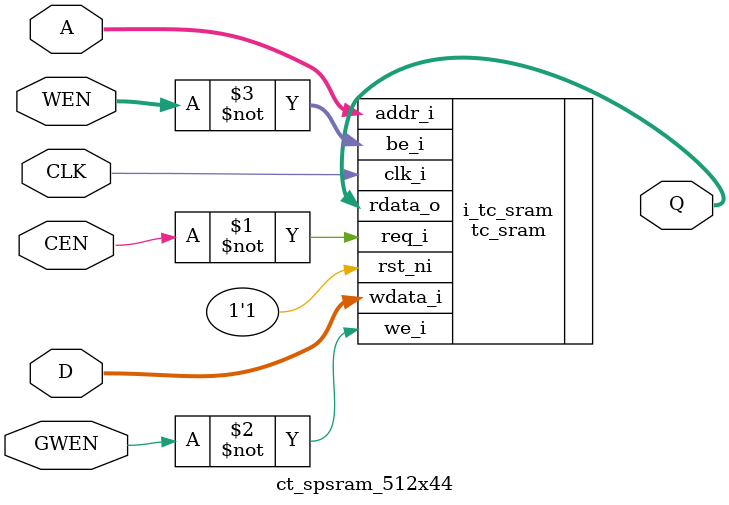
<source format=v>
/*Copyright 2019-2021 T-Head Semiconductor Co., Ltd.

Licensed under the Apache License, Version 2.0 (the "License");
you may not use this file except in compliance with the License.
You may obtain a copy of the License at

    http://www.apache.org/licenses/LICENSE-2.0

Unless required by applicable law or agreed to in writing, software
distributed under the License is distributed on an "AS IS" BASIS,
WITHOUT WARRANTIES OR CONDITIONS OF ANY KIND, either express or implied.
See the License for the specific language governing permissions and
limitations under the License.
*/

// &ModuleBeg; @22
module ct_spsram_512x44(
  A,
  CEN,
  CLK,
  D,
  GWEN,
  Q,
  WEN
);

// &Ports; @23
input   [8 :0]  A;   
input           CEN; 
input           CLK; 
input   [43:0]  D;   
input           GWEN; 
input   [43:0]  WEN; 
output  [43:0]  Q;   

// &Regs; @24

// &Wires; @25
wire    [8 :0]  A;   
wire            CEN; 
wire            CLK; 
wire    [43:0]  D;   
wire            GWEN; 
wire    [43:0]  Q;   
wire    [43:0]  WEN; 


//**********************************************************
//                  Parameter Definition
//**********************************************************
parameter ADDR_WIDTH = 9;
parameter DATA_WIDTH = 44;
parameter WE_WIDTH   = 44;

// &Force("bus","Q",DATA_WIDTH-1,0); @34
// &Force("bus","WEN",WE_WIDTH-1,0); @35
// &Force("bus","A",ADDR_WIDTH-1,0); @36
// &Force("bus","D",DATA_WIDTH-1,0); @37

  //********************************************************
  //*                        FPGA memory                   *
  //********************************************************
  //{WEN[43,22],WEN[21:0}}
//   &Instance("ct_f_spsram_512x44"); @44
tc_sram #(
  .NumWords   ( 1<<ADDR_WIDTH         ),
  .DataWidth  ( DATA_WIDTH            ),
  .ByteWidth  ( DATA_WIDTH/DATA_WIDTH ),
  .NumPorts   ( 32'd1 ),
  .Latency    ( 32'd1 ),
  .SimInit    ( "none"),
  .PrintSimCfg( 0     )
) i_tc_sram (
    .clk_i    ( CLK   ),
    .rst_ni   ( 1'b1  ),
    .req_i    ( ~CEN  ),
    .we_i     ( ~GWEN ),
    .be_i     ( ~WEN  ),
    .wdata_i  ( D     ),
    .addr_i   ( A     ),
    .rdata_o  ( Q     )
);

//   &Instance("ct_tsmc_spsram_512x44"); @50

// &ModuleEnd; @66
endmodule



</source>
